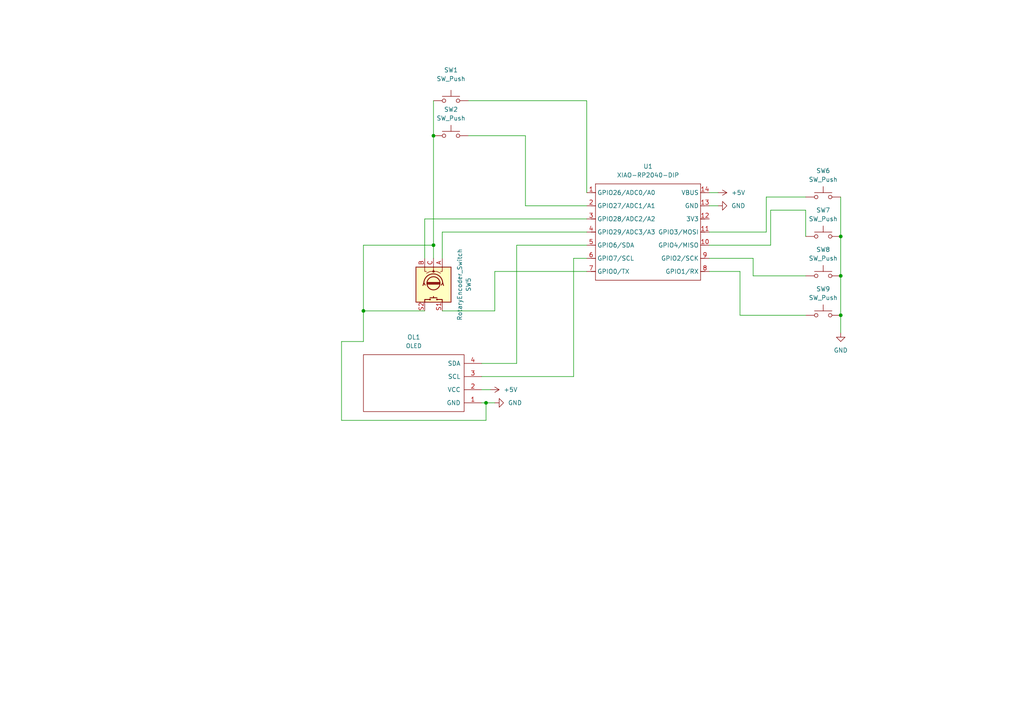
<source format=kicad_sch>
(kicad_sch (version 20250114) (generator "eeschema") (generator_version "9.0")
  (paper "A4")
  (lib_symbols
    (symbol "Device:RotaryEncoder_Switch" (pin_names (offset 0.254) (hide yes))
      (property "Reference" "SW" (at 0 6.604 0))
      (property "Value" "RotaryEncoder_Switch" (at 0 -6.604 0))
      (symbol "RotaryEncoder_Switch_0_1"
        (rectangle (start -5.08 5.08) (end 5.08 -5.08) (stroke (width 0.254)) (fill (type background)))
        (polyline (pts (xy -5.08 2.54) (xy -3.81 2.54) (xy -3.81 2.032)))
        (polyline (pts (xy -5.08 0) (xy -3.81 0) (xy -3.81 -1.016) (xy -3.302 -2.032)))
        (polyline (pts (xy -5.08 -2.54) (xy -3.81 -2.54) (xy -3.81 -2.032)))
        (polyline (pts (xy -4.318 0) (xy -3.81 0) (xy -3.81 1.016) (xy -3.302 2.032)))
        (circle (center -3.81 0) (radius 0.254) (fill (type outline)))
        (polyline (pts (xy -0.635 -1.778) (xy -0.635 1.778)) (stroke (width 0.254)))
        (circle (center -0.381 0) (radius 1.905) (stroke (width 0.254)))
        (polyline (pts (xy -0.381 -1.778) (xy -0.381 1.778)) (stroke (width 0.254)))
        (arc (start -0.381 -2.794) (mid -3.0988 -0.0635) (end -0.381 2.667) (stroke (width 0.254)))
        (polyline (pts (xy -0.127 1.778) (xy -0.127 -1.778)) (stroke (width 0.254)))
        (polyline (pts (xy 0.254 2.921) (xy -0.508 2.667) (xy 0.127 2.286)) (stroke (width 0.254)))
        (polyline (pts (xy 0.254 -3.048) (xy -0.508 -2.794) (xy 0.127 -2.413)) (stroke (width 0.254)))
        (polyline (pts (xy 3.81 1.016) (xy 3.81 -1.016)) (stroke (width 0.254)))
        (polyline (pts (xy 3.81 0) (xy 3.429 0)) (stroke (width 0.254)))
        (circle (center 4.318 1.016) (radius 0.127) (stroke (width 0.254)))
        (circle (center 4.318 -1.016) (radius 0.127) (stroke (width 0.254)))
        (polyline (pts (xy 5.08 2.54) (xy 4.318 2.54) (xy 4.318 1.016)) (stroke (width 0.254)))
        (polyline (pts (xy 5.08 -2.54) (xy 4.318 -2.54) (xy 4.318 -1.016)) (stroke (width 0.254)))
      )
      (symbol "RotaryEncoder_Switch_1_1"
        (pin passive line (at -7.62 2.54 0) (length 2.54) (name "A") (number "A"))
        (pin passive line (at -7.62 0 0) (length 2.54) (name "C") (number "C"))
        (pin passive line (at -7.62 -2.54 0) (length 2.54) (name "B") (number "B"))
        (pin passive line (at 7.62 2.54 180) (length 2.54) (name "S1") (number "S1"))
        (pin passive line (at 7.62 -2.54 180) (length 2.54) (name "S2") (number "S2"))
      )
    )
    (symbol "Seeed_Studio_XIAO_Series:XIAO-RP2040-DIP"
      (property "Reference" "U" (at 0 0 0))
      (property "Value" "XIAO-RP2040-DIP" (at 5.334 -1.778 0))
      (symbol "XIAO-RP2040-DIP_1_0"
        (polyline (pts (xy -1.27 -2.54) (xy 29.21 -2.54)) (stroke (width 0.1524)))
        (polyline (pts (xy -1.27 -5.08) (xy -2.54 -5.08)) (stroke (width 0.1524)))
        (polyline (pts (xy -1.27 -5.08) (xy -1.27 -2.54)) (stroke (width 0.1524)))
        (polyline (pts (xy -1.27 -8.89) (xy -2.54 -8.89)) (stroke (width 0.1524)))
        (polyline (pts (xy -1.27 -8.89) (xy -1.27 -5.08)) (stroke (width 0.1524)))
        (polyline (pts (xy -1.27 -12.7) (xy -2.54 -12.7)) (stroke (width 0.1524)))
        (polyline (pts (xy -1.27 -12.7) (xy -1.27 -8.89)) (stroke (width 0.1524)))
        (polyline (pts (xy -1.27 -16.51) (xy -2.54 -16.51)) (stroke (width 0.1524)))
        (polyline (pts (xy -1.27 -16.51) (xy -1.27 -12.7)) (stroke (width 0.1524)))
        (polyline (pts (xy -1.27 -20.32) (xy -2.54 -20.32)) (stroke (width 0.1524)))
        (polyline (pts (xy -1.27 -24.13) (xy -2.54 -24.13)) (stroke (width 0.1524)))
        (polyline (pts (xy -1.27 -27.94) (xy -2.54 -27.94)) (stroke (width 0.1524)))
        (polyline (pts (xy -1.27 -30.48) (xy -1.27 -16.51)) (stroke (width 0.1524)))
        (polyline (pts (xy 29.21 -2.54) (xy 29.21 -5.08)) (stroke (width 0.1524)))
        (polyline (pts (xy 29.21 -5.08) (xy 29.21 -8.89)) (stroke (width 0.1524)))
        (polyline (pts (xy 29.21 -8.89) (xy 29.21 -12.7)) (stroke (width 0.1524)))
        (polyline (pts (xy 29.21 -12.7) (xy 29.21 -30.48)) (stroke (width 0.1524)))
        (polyline (pts (xy 29.21 -30.48) (xy -1.27 -30.48)) (stroke (width 0.1524)))
        (polyline (pts (xy 30.48 -5.08) (xy 29.21 -5.08)) (stroke (width 0.1524)))
        (polyline (pts (xy 30.48 -8.89) (xy 29.21 -8.89)) (stroke (width 0.1524)))
        (polyline (pts (xy 30.48 -12.7) (xy 29.21 -12.7)) (stroke (width 0.1524)))
        (polyline (pts (xy 30.48 -16.51) (xy 29.21 -16.51)) (stroke (width 0.1524)))
        (polyline (pts (xy 30.48 -20.32) (xy 29.21 -20.32)) (stroke (width 0.1524)))
        (polyline (pts (xy 30.48 -24.13) (xy 29.21 -24.13)) (stroke (width 0.1524)))
        (polyline (pts (xy 30.48 -27.94) (xy 29.21 -27.94)) (stroke (width 0.1524)))
        (pin passive line (at -3.81 -5.08 0) (length 2.54) (name "GPIO26/ADC0/A0") (number "1"))
        (pin passive line (at -3.81 -8.89 0) (length 2.54) (name "GPIO27/ADC1/A1") (number "2"))
        (pin passive line (at -3.81 -12.7 0) (length 2.54) (name "GPIO28/ADC2/A2") (number "3"))
        (pin passive line (at -3.81 -16.51 0) (length 2.54) (name "GPIO29/ADC3/A3") (number "4"))
        (pin passive line (at -3.81 -20.32 0) (length 2.54) (name "GPIO6/SDA") (number "5"))
        (pin passive line (at -3.81 -24.13 0) (length 2.54) (name "GPIO7/SCL") (number "6"))
        (pin passive line (at -3.81 -27.94 0) (length 2.54) (name "GPIO0/TX") (number "7"))
        (pin passive line (at 31.75 -5.08 180) (length 2.54) (name "VBUS") (number "14"))
        (pin passive line (at 31.75 -8.89 180) (length 2.54) (name "GND") (number "13"))
        (pin passive line (at 31.75 -12.7 180) (length 2.54) (name "3V3") (number "12"))
        (pin passive line (at 31.75 -16.51 180) (length 2.54) (name "GPIO3/MOSI") (number "11"))
        (pin passive line (at 31.75 -20.32 180) (length 2.54) (name "GPIO4/MISO") (number "10"))
        (pin passive line (at 31.75 -24.13 180) (length 2.54) (name "GPIO2/SCK") (number "9"))
        (pin passive line (at 31.75 -27.94 180) (length 2.54) (name "GPIO1/RX") (number "8"))
      )
    )
    (symbol "Switch:SW_Push" (pin_numbers (hide yes)) (pin_names (offset 1.016) (hide yes))
      (property "Reference" "SW" (at 1.27 2.54 0))
      (property "Value" "SW_Push" (at 0 -1.524 0))
      (symbol "SW_Push_0_1"
        (circle (center -2.032 0) (radius 0.508))
        (polyline (pts (xy 0 1.27) (xy 0 3.048)))
        (circle (center 2.032 0) (radius 0.508))
        (polyline (pts (xy 2.54 1.27) (xy -2.54 1.27)))
        (pin passive line (at -5.08 0 0) (length 2.54) (name "1") (number "1"))
        (pin passive line (at 5.08 0 180) (length 2.54) (name "2") (number "2"))
      )
    )
    (symbol "kbd:OLED" (pin_names (offset 1.016))
      (property "Reference" "OL" (at 0 2.54 0))
      (property "Value" "OLED" (at 0 -1.27 0))
      (symbol "OLED_0_1"
        (rectangle (start -13.97 8.89) (end 15.24 -7.62))
      )
      (symbol "OLED_1_1"
        (pin power_in line (at -19.05 6.35 0) (length 5.08) (name "GND") (number "1"))
        (pin power_in line (at -19.05 2.54 0) (length 5.08) (name "VCC") (number "2"))
        (pin bidirectional line (at -19.05 -1.27 0) (length 5.08) (name "SCL") (number "3"))
        (pin bidirectional line (at -19.05 -5.08 0) (length 5.08) (name "SDA") (number "4"))
      )
    )
    (symbol "power:+5V" (power) (pin_numbers (hide yes)) (pin_names (offset 0) (hide yes))
      (property "Value" "+5V" (at 0 3.556 0))
      (symbol "+5V_0_1"
        (polyline (pts (xy -0.762 1.27) (xy 0 2.54)))
        (polyline (pts (xy 0 2.54) (xy 0.762 1.27)))
        (polyline (pts (xy 0 0) (xy 0 2.54)))
      )
      (symbol "+5V_1_1"
        (pin power_in line (at 0 0 90) (length 0) (name "~") (number "1"))
      )
    )
    (symbol "power:GND" (power) (pin_numbers (hide yes)) (pin_names (offset 0) (hide yes))
      (property "Value" "GND" (at 0 -3.81 0))
      (symbol "GND_0_1"
        (polyline (pts (xy 0 0) (xy 0 -1.27) (xy 1.27 -1.27) (xy 0 -2.54) (xy -1.27 -1.27) (xy 0 -1.27)))
      )
      (symbol "GND_1_1"
        (pin power_in line (at 0 0 270) (length 0) (name "~") (number "1"))
      )
    )
  )
  (junction (at 105.41 90.17))
  (junction (at 125.73 71.12))
  (junction (at 243.84 91.44))
  (junction (at 125.73 39.37))
  (junction (at 243.84 80.01))
  (junction (at 140.97 116.84))
  (junction (at 243.84 68.58))
  (wire (pts (xy 139.7 113.03) (xy 142.24 113.03)))
  (wire (pts (xy 223.52 60.96) (xy 223.52 71.12)))
  (wire (pts (xy 222.25 57.15) (xy 233.68 57.15)))
  (wire (pts (xy 125.73 71.12) (xy 105.41 71.12)))
  (wire (pts (xy 135.89 29.21) (xy 170.18 29.21)))
  (wire (pts (xy 170.18 59.69) (xy 152.4 59.69)))
  (wire (pts (xy 99.06 99.06) (xy 99.06 121.92)))
  (wire (pts (xy 243.84 91.44) (xy 243.84 96.52)))
  (wire (pts (xy 205.74 78.74) (xy 214.63 78.74)))
  (wire (pts (xy 128.27 67.31) (xy 170.18 67.31)))
  (wire (pts (xy 205.74 59.69) (xy 208.28 59.69)))
  (wire (pts (xy 205.74 55.88) (xy 208.28 55.88)))
  (wire (pts (xy 214.63 78.74) (xy 214.63 91.44)))
  (wire (pts (xy 125.73 39.37) (xy 125.73 71.12)))
  (wire (pts (xy 205.74 74.93) (xy 218.44 74.93)))
  (wire (pts (xy 170.18 55.88) (xy 170.18 29.21)))
  (wire (pts (xy 125.73 71.12) (xy 125.73 74.93)))
  (wire (pts (xy 152.4 59.69) (xy 152.4 39.37)))
  (wire (pts (xy 222.25 67.31) (xy 205.74 67.31)))
  (wire (pts (xy 123.19 63.5) (xy 170.18 63.5)))
  (wire (pts (xy 125.73 29.21) (xy 125.73 39.37)))
  (wire (pts (xy 152.4 39.37) (xy 135.89 39.37)))
  (wire (pts (xy 218.44 74.93) (xy 218.44 80.01)))
  (wire (pts (xy 143.51 90.17) (xy 128.27 90.17)))
  (wire (pts (xy 166.37 74.93) (xy 170.18 74.93)))
  (wire (pts (xy 139.7 109.22) (xy 166.37 109.22)))
  (wire (pts (xy 123.19 74.93) (xy 123.19 63.5)))
  (wire (pts (xy 243.84 80.01) (xy 243.84 91.44)))
  (wire (pts (xy 128.27 74.93) (xy 128.27 67.31)))
  (wire (pts (xy 243.84 57.15) (xy 243.84 68.58)))
  (wire (pts (xy 214.63 91.44) (xy 233.68 91.44)))
  (wire (pts (xy 222.25 57.15) (xy 222.25 67.31)))
  (wire (pts (xy 233.68 60.96) (xy 233.68 68.58)))
  (wire (pts (xy 105.41 90.17) (xy 105.41 99.06)))
  (wire (pts (xy 99.06 121.92) (xy 140.97 121.92)))
  (wire (pts (xy 105.41 71.12) (xy 105.41 90.17)))
  (wire (pts (xy 140.97 121.92) (xy 140.97 116.84)))
  (wire (pts (xy 105.41 99.06) (xy 99.06 99.06)))
  (wire (pts (xy 166.37 109.22) (xy 166.37 74.93)))
  (wire (pts (xy 170.18 71.12) (xy 149.86 71.12)))
  (wire (pts (xy 105.41 90.17) (xy 123.19 90.17)))
  (wire (pts (xy 218.44 80.01) (xy 233.68 80.01)))
  (wire (pts (xy 223.52 71.12) (xy 205.74 71.12)))
  (wire (pts (xy 143.51 78.74) (xy 143.51 90.17)))
  (wire (pts (xy 149.86 71.12) (xy 149.86 105.41)))
  (wire (pts (xy 170.18 78.74) (xy 143.51 78.74)))
  (wire (pts (xy 140.97 116.84) (xy 143.51 116.84)))
  (wire (pts (xy 140.97 116.84) (xy 139.7 116.84)))
  (wire (pts (xy 243.84 68.58) (xy 243.84 80.01)))
  (wire (pts (xy 223.52 60.96) (xy 233.68 60.96)))
  (wire (pts (xy 149.86 105.41) (xy 139.7 105.41)))
  (symbol (lib_id "Switch:SW_Push") (at 238.76 68.58 0) (unit 1)
    (property "Reference" "SW7" (at 238.76 60.96 0))
    (property "Value" "SW_Push" (at 238.76 63.5 0))
    (property "Footprint" "Button_Switch_Keyboard:SW_Cherry_MX_1.00u_PCB" (effects (hide yes)))
    (property "Description" "Push button switch, generic, two pins" (effects (hide yes)))
  )
  (symbol (lib_id "power:GND") (at 208.28 59.69 90) (unit 1)
    (property "Reference" "#PWR02" (effects (hide yes)))
    (property "Value" "GND" (at 212.09 59.6899 90) (effects (justify right)))
    (property "Description" "Power symbol creates a global label with name \"GND\" , ground" (effects (hide yes)))
  )
  (symbol (lib_id "power:GND") (at 243.84 96.52 0) (unit 1)
    (property "Reference" "#PWR05" (effects (hide yes)))
    (property "Value" "GND" (at 243.84 101.6 0))
    (property "Description" "Power symbol creates a global label with name \"GND\" , ground" (effects (hide yes)))
  )
  (symbol (lib_id "Seeed_Studio_XIAO_Series:XIAO-RP2040-DIP") (at 173.99 50.8 0) (unit 1)
    (property "Reference" "U1" (at 187.96 48.26 0))
    (property "Value" "XIAO-RP2040-DIP" (at 187.96 50.8 0))
    (property "Footprint" "Seeed Studio XIAO Series Library:XIAO-RP2040-SMD" (effects (hide yes)))
  )
  (symbol (lib_id "Switch:SW_Push") (at 238.76 91.44 0) (unit 1)
    (property "Reference" "SW9" (at 238.76 83.82 0))
    (property "Value" "SW_Push" (at 238.76 86.36 0))
    (property "Footprint" "Button_Switch_Keyboard:SW_Cherry_MX_1.00u_PCB" (effects (hide yes)))
    (property "Description" "Push button switch, generic, two pins" (effects (hide yes)))
  )
  (symbol (lib_id "Switch:SW_Push") (at 238.76 80.01 0) (unit 1)
    (property "Reference" "SW8" (at 238.76 72.39 0))
    (property "Value" "SW_Push" (at 238.76 74.93 0))
    (property "Footprint" "Button_Switch_Keyboard:SW_Cherry_MX_1.00u_PCB" (effects (hide yes)))
    (property "Description" "Push button switch, generic, two pins" (effects (hide yes)))
  )
  (symbol (lib_id "power:+5V") (at 208.28 55.88 270) (unit 1)
    (property "Reference" "#PWR01" (effects (hide yes)))
    (property "Value" "+5V" (at 212.09 55.8799 90) (effects (justify left)))
    (property "Description" "Power symbol creates a global label with name \"+5V\"" (effects (hide yes)))
  )
  (symbol (lib_id "Device:RotaryEncoder_Switch") (at 125.73 82.55 270) (unit 1)
    (property "Reference" "SW5" (at 135.89 82.55 0))
    (property "Value" "RotaryEncoder_Switch" (at 133.35 82.55 0))
    (property "Footprint" "Rotary_Encoder:RotaryEncoder_Alps_EC11E-Switch_Vertical_H20mm" (effects (hide yes)))
    (property "Description" "Rotary encoder, dual channel, incremental quadrate outputs, with switch" (effects (hide yes)))
  )
  (symbol (lib_id "Switch:SW_Push") (at 130.81 39.37 0) (unit 1)
    (property "Reference" "SW2" (at 130.81 31.75 0))
    (property "Value" "SW_Push" (at 130.81 34.29 0))
    (property "Footprint" "Button_Switch_Keyboard:SW_Cherry_MX_1.00u_PCB" (effects (hide yes)))
    (property "Description" "Push button switch, generic, two pins" (effects (hide yes)))
  )
  (symbol (lib_id "power:+5V") (at 142.24 113.03 270) (unit 1)
    (property "Reference" "#PWR04" (effects (hide yes)))
    (property "Value" "+5V" (at 146.05 113.0299 90) (effects (justify left)))
    (property "Description" "Power symbol creates a global label with name \"+5V\"" (effects (hide yes)))
  )
  (symbol (lib_id "Switch:SW_Push") (at 130.81 29.21 0) (mirror y) (unit 1)
    (property "Reference" "SW1" (at 130.81 20.32 0))
    (property "Value" "SW_Push" (at 130.81 22.86 0))
    (property "Footprint" "Button_Switch_Keyboard:SW_Cherry_MX_1.00u_PCB" (effects (hide yes)))
    (property "Description" "Push button switch, generic, two pins" (effects (hide yes)))
  )
  (symbol (lib_id "Switch:SW_Push") (at 238.76 57.15 0) (unit 1)
    (property "Reference" "SW6" (at 238.76 49.53 0))
    (property "Value" "SW_Push" (at 238.76 52.07 0))
    (property "Footprint" "Button_Switch_Keyboard:SW_Cherry_MX_1.00u_PCB" (effects (hide yes)))
    (property "Description" "Push button switch, generic, two pins" (effects (hide yes)))
  )
  (symbol (lib_id "kbd:OLED") (at 120.65 110.49 180) (unit 1)
    (property "Reference" "OL1" (at 120.015 97.79 0) (effects (font (size 1.2954 1.2954))))
    (property "Value" "OLED" (at 120.015 100.33 0) (effects (font (size 1.1938 1.1938))))
    (property "Footprint" "KiCad-SSD1306-0.91-OLED-4pin-128x32:SSD1306-0.91-OLED-4pin-128x32" (effects (hide yes)))
  )
  (symbol (lib_id "power:GND") (at 143.51 116.84 90) (unit 1)
    (property "Reference" "#PWR03" (effects (hide yes)))
    (property "Value" "GND" (at 147.32 116.8399 90) (effects (justify right)))
    (property "Description" "Power symbol creates a global label with name \"GND\" , ground" (effects (hide yes)))
  )
)
</source>
